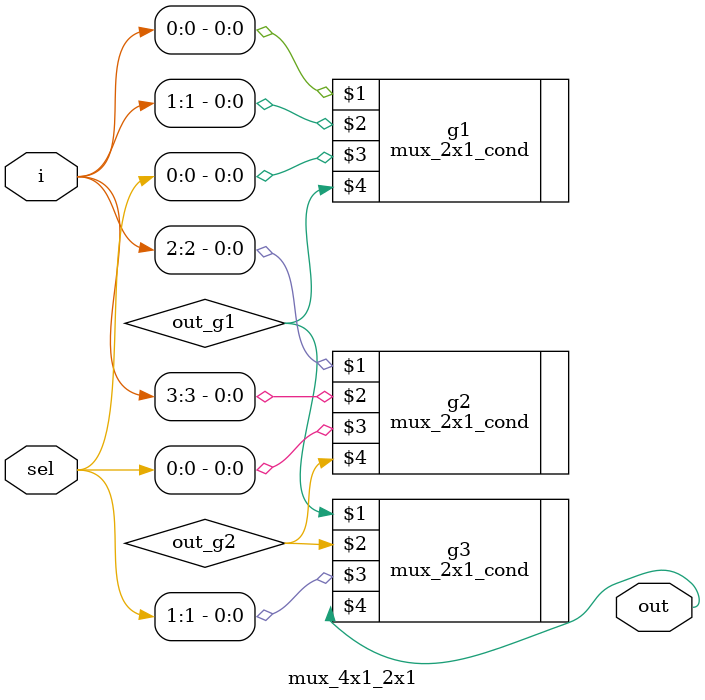
<source format=v>

module mux_4x1_ifelse(
    input wire [3:0]i,
    input wire [1:0]sel,
    output reg out
);
    always@*
    begin
        if(sel==2'b00)
           out=i[0];
        else if(sel==2'b01)
           out=i[1];
        else if(sel==2'b10)
           out=i[2];
        else
           out=i[3];
    end
endmodule

//4x1 mux using Conditional operator
module mux_4x1_cond(
    input wire [3:0] i,
    input wire [1:0] sel,
    output wire out
    );
    assign out = sel[1]?(sel[0]?i[3]:i[2]):(sel[0]?i[1]:i[0]);
endmodule

//4x1 mux using case statement
module mux_4x1_case(
    input wire [3:0]i,
    input wire [1:0]sel,
    output reg out
    );
    always @*
    begin
        case(sel)
            2'b00: out = i[0];
            2'b01: out = i[1];
            2'b10: out = i[2];
            2'b11: out = i[3];
        endcase
    end
endmodule

//4x1 mux using 2x1 mux
module mux_4x1_2x1(
    input wire [3:0]i,
    input wire [1:0]sel,
    output wire out
    );
    wire out_g1,out_g2;
  
    mux_2x1_cond g1(i[0],i[1],sel[0],out_g1);
    mux_2x1_cond g2(i[2],i[3],sel[0],out_g2);
    mux_2x1_cond g3(out_g1,out_g2,sel[1],out);
   
endmodule
</source>
